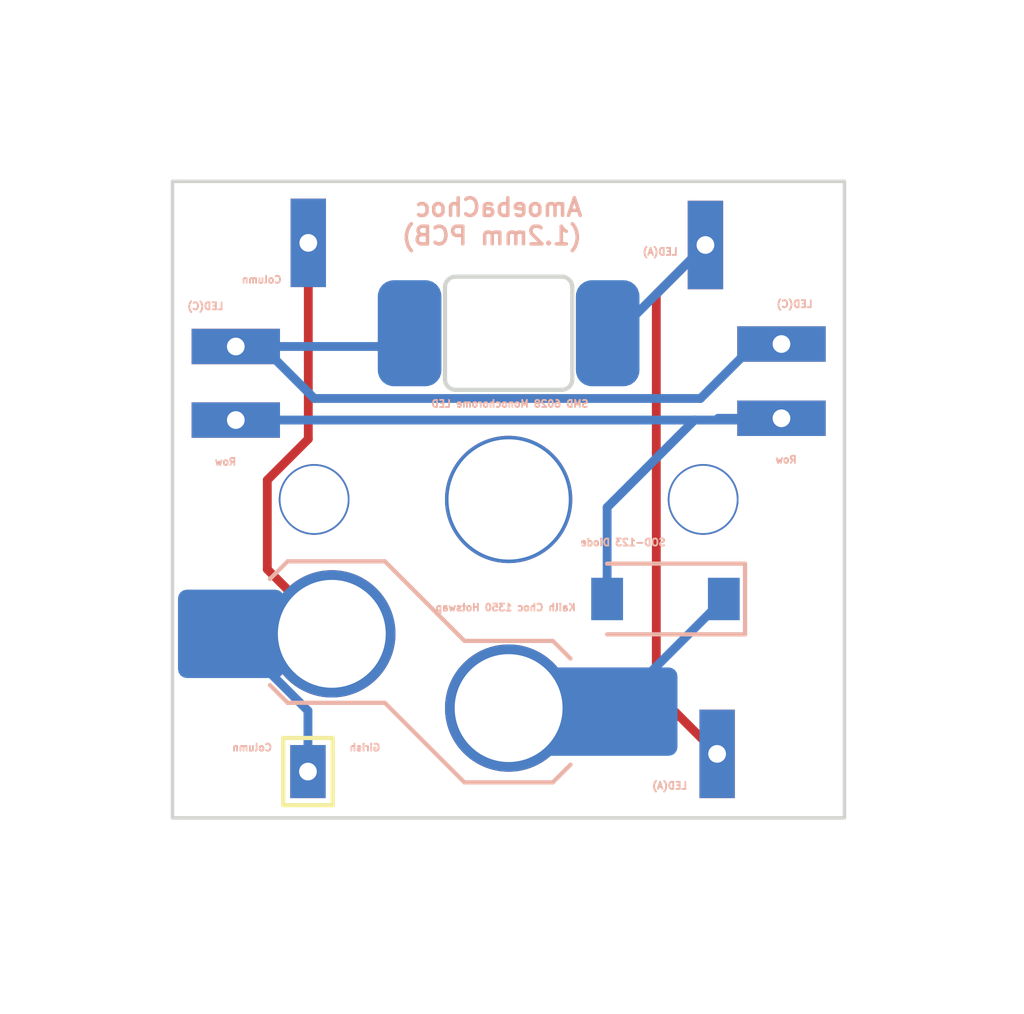
<source format=kicad_pcb>
(kicad_pcb (version 20211014) (generator pcbnew)
  (layers (0 "F.Cu" signal) (31 "B.Cu" signal) (34 "B.Paste" user) (35 "F.Paste" user) (36 "B.SilkS" user "B.Silkscreen") (37 "F.SilkS" user "F.Silkscreen") (38 "B.Mask" user) (39 "F.Mask" user) (44 "Edge.Cuts" user))
  (net 0 "")
  (net 1 "Net-(D1-Pad1)")
  (net 2 "Net-(D1-Pad2)")
  (net 3 "Net-(J1-Pad1)")
  (net 4 "Net-(J2-Pad1)")
  (net 5 "Net-(J3-Pad1)")
  (footprint "Giri-Kailh-Choc-Library:TestPoint_THTPad_1.0x1.5mm_Drill0.5mm" (layer "F.Cu") (at 113.39 83.58 -90)
    (fp_text reference "J3")
    (fp_text value "Conn_01x01_Male")
    (fp_line (start 0.95 -0.7) (end 0.95 0.7) (layer "F.SilkS") (width 0.12))
    (fp_line (start -0.95 0.7) (end -0.95 -0.7) (layer "F.SilkS") (width 0.12))
    (fp_line (start -0.95 -0.7) (end 0.95 -0.7) (layer "F.SilkS") (width 0.12))
    (fp_line (start 0.95 0.7) (end -0.95 0.7) (layer "F.SilkS") (width 0.12))
    (pad "1" thru_hole rect (at 0 0 270) (size 1.5 1) (drill 0.5) (layers *.Cu *.Mask) (net 5 "Net-(J3-Pad1)"))
  )
  (footprint "Giri-Kailh-Choc-Library:TestPoint_THTPad_1.0x2.5mm_Drill0.5mm" (layer "F.Cu") (at 111.35 71.56)
    (fp_text reference "J8")
    (fp_text value "Conn_01x01_Male")
    (pad "1" thru_hole rect (at 0 0) (size 2.5 1) (drill 0.5) (layers *.Cu *.Mask) (net 4 "Net-(J2-Pad1)"))
  )
  (footprint "Giri-Kailh-Choc-Library:MountingHole_1.2mm_M1" (layer "F.Cu") (at 110.69 83.78)
    (fp_text reference "H1")
    (fp_text value "MountingHole")
    (pad "" np_thru_hole circle (at 0 0) (size 1.2 1.2) (drill 1.2) (layers F&B.Cu *.Mask))
  )
  (footprint "Giri-Kailh-Choc-Library:TestPoint_THTPad_1.0x2.5mm_Drill0.5mm" (layer "F.Cu") (at 113.4 68.63 90)
    (fp_text reference "J6")
    (fp_text value "Conn_01x01_Male")
    (pad "1" thru_hole rect (at 0 0 90) (size 2.5 1) (drill 0.5) (layers *.Cu *.Mask) (net 5 "Net-(J3-Pad1)"))
  )
  (footprint "Giri-Kailh-Choc-Library:MountingHole_1.2mm_M1" (layer "F.Cu") (at 127.44 83.72)
    (fp_text reference "H4")
    (fp_text value "MountingHole")
    (pad "" np_thru_hole circle (at 0 0) (size 1.2 1.2) (drill 1.2) (layers F&B.Cu *.Mask))
  )
  (footprint "Giri-Kailh-Choc-Library:TestPoint_THTPad_1.0x2.5mm_Drill0.5mm" (layer "F.Cu") (at 124.63 68.69 90)
    (fp_text reference "J1")
    (fp_text value "Conn_01x01_Male")
    (pad "1" thru_hole rect (at 0 0 90) (size 2.5 1) (drill 0.5) (layers *.Cu *.Mask) (net 3 "Net-(J1-Pad1)"))
  )
  (footprint "Giri-Kailh-Choc-Library:MountingHole_1.2mm_M1" (layer "F.Cu") (at 127.44 67.99)
    (fp_text reference "H3")
    (fp_text value "MountingHole")
    (pad "" np_thru_hole circle (at 0 0) (size 1.2 1.2) (drill 1.2) (layers F&B.Cu *.Mask))
  )
  (footprint "Giri-Kailh-Choc-Library:TestPoint_THTPad_1.0x2.5mm_Drill0.5mm" (layer "F.Cu") (at 126.78 73.59)
    (fp_text reference "J4")
    (fp_text value "Conn_01x01_Male")
    (pad "1" thru_hole rect (at 0 0) (size 2.5 1) (drill 0.5) (layers *.Cu *.Mask) (net 2 "Net-(D1-Pad2)"))
  )
  (footprint "Giri-Kailh-Choc-Library:TestPoint_THTPad_1.0x2.5mm_Drill0.5mm" (layer "F.Cu") (at 111.35 73.64)
    (fp_text reference "J5")
    (fp_text value "Conn_01x01_Male")
    (pad "1" thru_hole rect (at 0 0) (size 2.5 1) (drill 0.5) (layers *.Cu *.Mask) (net 2 "Net-(D1-Pad2)"))
  )
  (footprint "Giri-Kailh-Choc-Library:TestPoint_THTPad_1.0x2.5mm_Drill0.5mm" (layer "F.Cu") (at 126.78 71.49)
    (fp_text reference "J2")
    (fp_text value "Conn_01x01_Male")
    (pad "1" thru_hole rect (at 0 0) (size 2.5 1) (drill 0.5) (layers *.Cu *.Mask) (net 4 "Net-(J2-Pad1)"))
  )
  (footprint "Giri-Kailh-Choc-Library:TestPoint_THTPad_1.0x2.5mm_Drill0.5mm" (layer "F.Cu") (at 124.96 83.08 90)
    (fp_text reference "J7")
    (fp_text value "Conn_01x01_Male")
    (pad "1" thru_hole rect (at 0 0 90) (size 2.5 1) (drill 0.5) (layers *.Cu *.Mask) (net 3 "Net-(J1-Pad1)"))
  )
  (footprint "Giri-Kailh-Choc-Library:MountingHole_1.2mm_M1" (layer "F.Cu") (at 110.72 67.99)
    (fp_text reference "H2")
    (fp_text value "MountingHole")
    (pad "" np_thru_hole circle (at 0 0) (size 1.2 1.2) (drill 1.2) (layers F&B.Cu *.Mask))
  )
  (footprint "Giri-Kailh-Choc-Library:SW_Hotswap_Kailh_Choc_V1_plated_girish2" (layer "F.Cu") (at 119.065 75.885)
    (fp_text reference "SW1")
    (fp_text value "SW_DIP_x02")
    (fp_line (start -3.5 1.75) (end -1.25 4) (layer "B.SilkS") (width 0.12))
    (fp_line (start 1.25 4) (end 1.75 4.5) (layer "B.SilkS") (width 0.12))
    (fp_line (start 1.75 7.5) (end 1.25 8) (layer "B.SilkS") (width 0.12))
    (fp_line (start -6.25 5.75) (end -6.75 5.25) (layer "B.SilkS") (width 0.12))
    (fp_line (start -6.75 2.25) (end -6.25 1.75) (layer "B.SilkS") (width 0.12))
    (fp_line (start -1.25 8) (end -3.5 5.75) (layer "B.SilkS") (width 0.12))
    (fp_line (start -3.5 5.75) (end -6.25 5.75) (layer "B.SilkS") (width 0.12))
    (fp_line (start -6.25 1.75) (end -3.5 1.75) (layer "B.SilkS") (width 0.12))
    (fp_line (start -1.25 4) (end 1.25 4) (layer "B.SilkS") (width 0.12))
    (fp_line (start 1.25 8) (end -1.25 8) (layer "B.SilkS") (width 0.12))
    (fp_line (start -1.8 -6) (end -1.8 -3.4) (layer "Edge.Cuts") (width 0.12))
    (fp_line (start -1.5 -3.1) (end 1.5 -3.1) (layer "Edge.Cuts") (width 0.12))
    (fp_line (start 1.8 -3.4) (end 1.8 -6) (layer "Edge.Cuts") (width 0.12))
    (fp_line (start 1.5 -6.3) (end -1.5 -6.3) (layer "Edge.Cuts") (width 0.12))
    (fp_arc (start 1.5 -6.3) (mid 1.712132 -6.212132) (end 1.8 -6) (layer "Edge.Cuts") (width 0.12))
    (fp_arc (start -1.5 -3.1) (mid -1.712132 -3.187868) (end -1.8 -3.4) (layer "Edge.Cuts") (width 0.12))
    (fp_arc (start -1.8 -6) (mid -1.712132 -6.212132) (end -1.5 -6.3) (layer "Edge.Cuts") (width 0.12))
    (fp_arc (start 1.8 -3.4) (mid 1.712132 -3.187868) (end 1.5 -3.1) (layer "Edge.Cuts") (width 0.12))
    (pad "" np_thru_hole circle (at 0 0 180) (size 3.6 3.6) (drill 3.4) (layers F&B.Cu *.Mask))
    (pad "" np_thru_hole circle (at 5.5 0 180) (size 2 2) (drill 1.9) (layers F&B.Cu *.Mask))
    (pad "" np_thru_hole circle (at -5.5 0 180) (size 2 2) (drill 1.9) (layers F&B.Cu *.Mask))
    (pad "1" thru_hole circle (at 0 5.9 180) (size 3.6 3.6) (drill 3.05) (layers *.Cu "B.Mask") (net 1 "Net-(D1-Pad1)"))
    (pad "1" smd roundrect (at 2.85 6 180) (size 3.85 2.5) (layers "B.Cu" "B.Paste" "B.Mask") (roundrect_rratio 0.1) (net 1 "Net-(D1-Pad1)"))
    (pad "2" smd roundrect (at 2.8 -4.7) (size 1.8 3) (layers "B.Cu" "B.Paste" "B.Mask") (net 3 "Net-(J1-Pad1)"))
    (pad "3" thru_hole circle (at -5 3.8 180) (size 3.6 3.6) (drill 3.05) (layers *.Cu "B.Mask") (net 5 "Net-(J3-Pad1)"))
    (pad "3" smd roundrect (at -7.85 3.8 180) (size 3 2.5) (layers "B.Cu" "B.Paste" "B.Mask") (roundrect_rratio 0.1) (net 5 "Net-(J3-Pad1)"))
    (pad "4" smd roundrect (at -2.8 -4.7) (size 1.8 3) (layers "B.Cu" "B.Paste" "B.Mask") (net 4 "Net-(J2-Pad1)"))
  )
  (footprint "Giri-Kailh-Choc-Library:D_SOD-123" (layer "B.Cu") (at 123.5 78.7 180)
    (fp_text reference "D1")
    (fp_text value "DIODE")
    (fp_line (start -2.25 1) (end 1.65 1) (layer "B.SilkS") (width 0.12))
    (fp_line (start -2.25 1) (end -2.25 -1) (layer "B.SilkS") (width 0.12))
    (fp_line (start -2.25 -1) (end 1.65 -1) (layer "B.SilkS") (width 0.12))
    (pad "1" smd rect (at -1.65 0 180) (size 0.9 1.2) (layers "B.Cu" "B.Paste" "B.Mask") (net 1 "Net-(D1-Pad1)"))
    (pad "2" smd rect (at 1.65 0 180) (size 0.9 1.2) (layers "B.Cu" "B.Paste" "B.Mask") (net 2 "Net-(D1-Pad2)"))
  )
  (gr_rect (start 109.56 84.89) (end 128.56 66.89) (layer "Edge.Cuts") (width 0.1) (fill none))
  (gr_text "AmoebaChoc \n(1.2mm PCB)" (at 118.59 68.03) (layer "B.SilkS") (effects (font (size 0.5 0.5) (thickness 0.1)) (justify mirror)))
  (gr_text "Kailh Choc 1350 Hotswap" (at 118.98 78.94) (layer "B.SilkS") (effects (font (size 0.2 0.2) (thickness 0.05)) (justify mirror)))
  (gr_text "Column" (at 111.81 82.9) (layer "B.SilkS") (effects (font (size 0.2 0.2) (thickness 0.05)) (justify mirror)))
  (gr_text "LED(C)" (at 110.49 70.42) (layer "B.SilkS") (effects (font (size 0.2 0.2) (thickness 0.05)) (justify mirror)))
  (gr_text "Row" (at 111.06 74.82) (layer "B.SilkS") (effects (font (size 0.2 0.2) (thickness 0.05)) (justify mirror)))
  (gr_text "SMD 6028 Monochorome LED" (at 119.1 73.18) (layer "B.SilkS") (effects (font (size 0.2 0.2) (thickness 0.05)) (justify mirror)))
  (gr_text "Column" (at 112.08 69.67) (layer "B.SilkS") (effects (font (size 0.2 0.2) (thickness 0.05)) (justify mirror)))
  (gr_text "Girish" (at 115 82.9) (layer "B.SilkS") (effects (font (size 0.2 0.2) (thickness 0.05)) (justify mirror)))
  (gr_text "LED(A)" (at 123.62 83.98) (layer "B.SilkS") (effects (font (size 0.2 0.2) (thickness 0.05)) (justify mirror)))
  (gr_text "LED(A)" (at 123.35 68.88) (layer "B.SilkS") (effects (font (size 0.2 0.2) (thickness 0.05)) (justify mirror)))
  (gr_text "SOD-123 Diode" (at 122.3 77.1) (layer "B.SilkS") (effects (font (size 0.2 0.2) (thickness 0.05)) (justify mirror)))
  (gr_text "LED(C)" (at 127.15 70.36) (layer "B.SilkS") (effects (font (size 0.2 0.2) (thickness 0.05)) (justify mirror)))
  (gr_text "Row" (at 126.91 74.76) (layer "B.SilkS") (effects (font (size 0.2 0.2) (thickness 0.05)) (justify mirror)))
  (segment (start 121.915 81.885) (end 121.85 81.82) (width 0.25) (layer "B.Cu") (net 1))
  (segment (start 121.915 81.885) (end 121.965 81.885) (width 0.25) (layer "B.Cu") (net 1))
  (segment (start 121.965 81.885) (end 125.15 78.7) (width 0.25) (layer "B.Cu") (net 1))
  (segment (start 126.78 73.59) (end 124.986843 73.59) (width 0.25) (layer "B.Cu") (net 2))
  (segment (start 121.85 76.11) (end 124.32 73.64) (width 0.25) (layer "B.Cu") (net 2))
  (segment (start 126.73 73.64) (end 126.78 73.59) (width 0.25) (layer "B.Cu") (net 2))
  (segment (start 124.32 73.64) (end 126.73 73.64) (width 0.25) (layer "B.Cu") (net 2))
  (segment (start 111.35 73.64) (end 124.32 73.64) (width 0.25) (layer "B.Cu") (net 2))
  (segment (start 121.85 78.7) (end 121.85 76.11) (width 0.25) (layer "B.Cu") (net 2))
  (segment (start 123.240479 70.079521) (end 123.240479 81.360479) (width 0.25) (layer "F.Cu") (net 3))
  (segment (start 124.63 68.69) (end 123.240479 70.079521) (width 0.25) (layer "F.Cu") (net 3))
  (segment (start 123.240479 81.360479) (end 124.96 83.08) (width 0.25) (layer "F.Cu") (net 3))
  (segment (start 122.08 71.4) (end 121.865 71.185) (width 0.25) (layer "B.Cu") (net 3))
  (segment (start 122.135 71.185) (end 124.63 68.69) (width 0.25) (layer "B.Cu") (net 3))
  (segment (start 121.865 71.185) (end 122.415 71.185) (width 0.25) (layer "B.Cu") (net 3))
  (segment (start 121.865 71.185) (end 122.135 71.185) (width 0.25) (layer "B.Cu") (net 3))
  (segment (start 126.78 71.49) (end 126.03 71.49) (width 0.25) (layer "B.Cu") (net 4))
  (segment (start 111.35 71.56) (end 115.89 71.56) (width 0.25) (layer "B.Cu") (net 4))
  (segment (start 115.89 71.56) (end 116.265 71.185) (width 0.25) (layer "B.Cu") (net 4))
  (segment (start 126.03 71.49) (end 124.49 73.03) (width 0.25) (layer "B.Cu") (net 4))
  (segment (start 112.1 71.56) (end 111.35 71.56) (width 0.25) (layer "B.Cu") (net 4))
  (segment (start 124.49 73.03) (end 113.57 73.03) (width 0.25) (layer "B.Cu") (net 4))
  (segment (start 113.57 73.03) (end 112.1 71.56) (width 0.25) (layer "B.Cu") (net 4))
  (segment (start 113.4 74.176843) (end 112.240479 75.336364) (width 0.25) (layer "F.Cu") (net 5))
  (segment (start 112.240479 75.336364) (end 112.240479 77.860479) (width 0.25) (layer "F.Cu") (net 5))
  (segment (start 113.4 68.63) (end 113.4 74.176843) (width 0.25) (layer "F.Cu") (net 5))
  (segment (start 112.240479 77.860479) (end 114.065 79.685) (width 0.25) (layer "F.Cu") (net 5))
  (segment (start 113.39 83.58) (end 113.39 81.86) (width 0.25) (layer "B.Cu") (net 5))
  (segment (start 113.39 81.86) (end 111.215 79.685) (width 0.25) (layer "B.Cu") (net 5))
  (segment (start 114.065 78.935) (end 114.2 78.8) (width 0.25) (layer "B.Cu") (net 5))
  (segment (start 114.065 79.685) (end 114.065 78.935) (width 0.25) (layer "B.Cu") (net 5))
)
</source>
